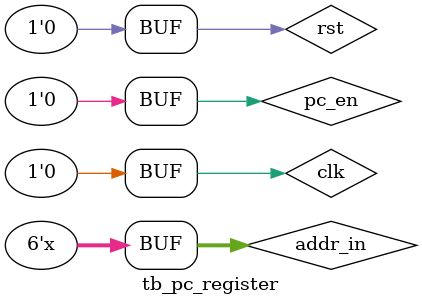
<source format=sv>
module tb_pc_register();

	logic clk, rst, pc_en;
	logic[5:0] addr_in=6'b0, addr_out;
	
	pc_register dut(clk, rst, pc_en, addr_in, addr_out);
	
	initial 
		begin  
			rst <= 1;
			pc_en <= 1;
		end
	always 
		begin 
			clk <= 1; 
			# 5; 
			clk <= 0; 
			# 5;
		end
	always 
		begin  
			# 10; 
			rst <= 0;
			pc_en <= 1;
			addr_in  <= addr_in+1;
			# 5
			pc_en <= 0;
		end

endmodule 
</source>
